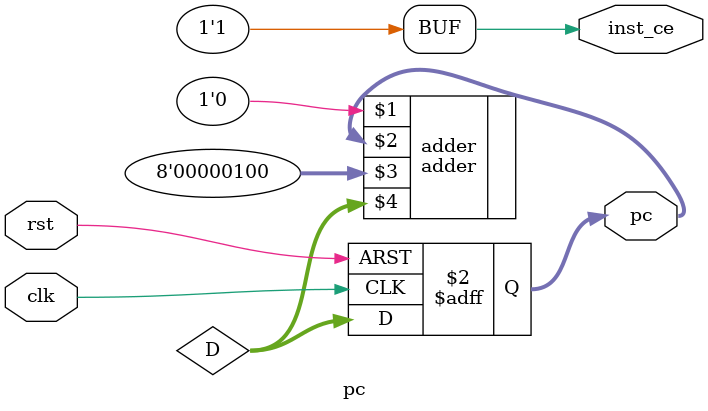
<source format=v>
`timescale 1ns / 1ps
module pc(
	input clk,rst,
	output reg [7:0] pc,	//指令寄存器地址，指令coe文件中只有6条指令，MIPS使用字节寻址，6*4=24，至少需要5位，这里使用8位
	output wire inst_ce		//暂时先默认一直为1
    );

	wire [7:0] D;

	adder #(.N(8)) adder(1'b0,pc,8'h4,D);

	assign inst_ce = 1'b1;
	always @(posedge clk,posedge rst) begin
		if(rst) begin
			pc <= 0;
		end
		else begin
			pc <= D;
		end
	end
endmodule
</source>
